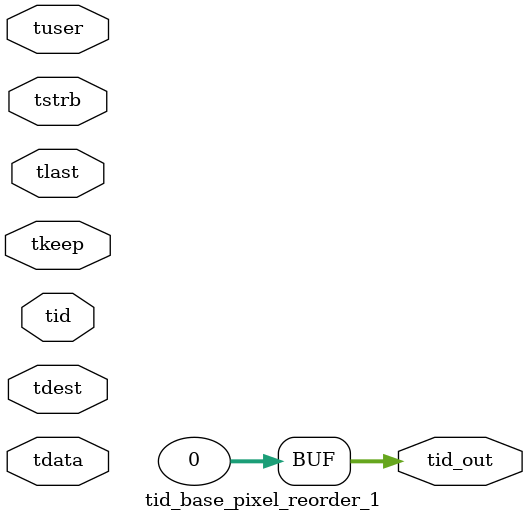
<source format=v>


`timescale 1ps/1ps

module tid_base_pixel_reorder_1 #
(
parameter C_S_AXIS_TID_WIDTH   = 1,
parameter C_S_AXIS_TUSER_WIDTH = 0,
parameter C_S_AXIS_TDATA_WIDTH = 0,
parameter C_S_AXIS_TDEST_WIDTH = 0,
parameter C_M_AXIS_TID_WIDTH   = 32
)
(
input  [(C_S_AXIS_TID_WIDTH   == 0 ? 1 : C_S_AXIS_TID_WIDTH)-1:0       ] tid,
input  [(C_S_AXIS_TDATA_WIDTH == 0 ? 1 : C_S_AXIS_TDATA_WIDTH)-1:0     ] tdata,
input  [(C_S_AXIS_TUSER_WIDTH == 0 ? 1 : C_S_AXIS_TUSER_WIDTH)-1:0     ] tuser,
input  [(C_S_AXIS_TDEST_WIDTH == 0 ? 1 : C_S_AXIS_TDEST_WIDTH)-1:0     ] tdest,
input  [(C_S_AXIS_TDATA_WIDTH/8)-1:0 ] tkeep,
input  [(C_S_AXIS_TDATA_WIDTH/8)-1:0 ] tstrb,
input                                                                    tlast,
output [(C_M_AXIS_TID_WIDTH   == 0 ? 1 : C_M_AXIS_TID_WIDTH)-1:0       ] tid_out
);

assign tid_out = {1'b0};

endmodule


</source>
